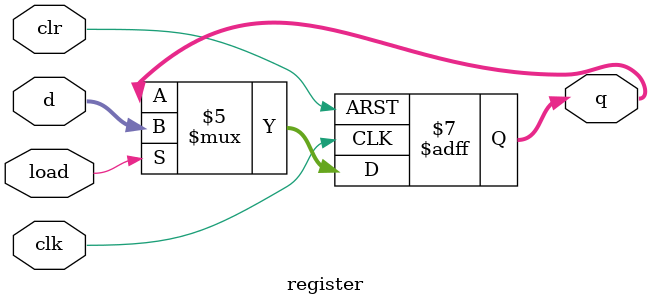
<source format=v>
`timescale 1ns / 1ps


module register
#(parameter N=8)
(input wire load,
input wire clk,
input wire clr,
input wire [N-1:0] d,
output reg [N-1:0] q=0
 );
 
 always @(posedge clk or posedge clr) 
        begin
            if (clr ==1)
                q<=0;
            else if (load == 1)
                q<=d;
        end
        
endmodule

</source>
